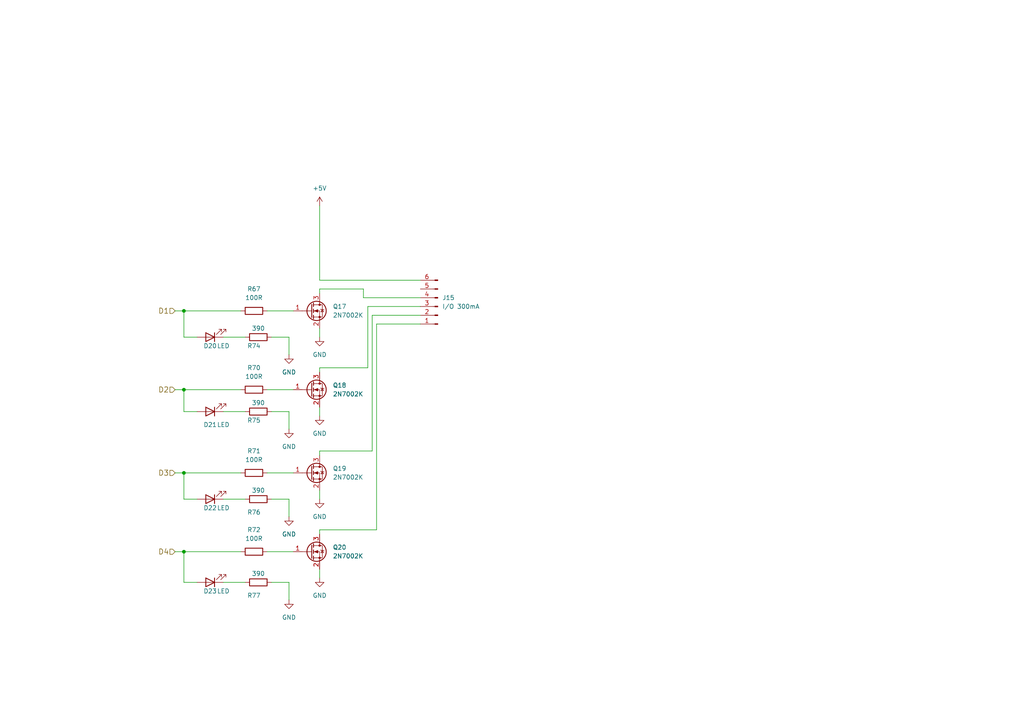
<source format=kicad_sch>
(kicad_sch (version 20211123) (generator eeschema)
  (paper "A4")
  (lib_symbols
    (symbol "Connector:Conn_01x06_Male" (pin_names (offset 1.016) hide)
      (property "Reference" "J" (at 0 7.62 0))
      (property "Value" "Conn_01x06_Male" (at 0 -10.16 0))
      (symbol "Conn_01x06_Male_1_1"
        (polyline (pts (xy 1.27 -7.62) (xy 0.8636 -7.62)) (stroke (width 0.1524)))
        (polyline (pts (xy 1.27 -5.08) (xy 0.8636 -5.08)) (stroke (width 0.1524)))
        (polyline (pts (xy 1.27 -2.54) (xy 0.8636 -2.54)) (stroke (width 0.1524)))
        (polyline (pts (xy 1.27 0) (xy 0.8636 0)) (stroke (width 0.1524)))
        (polyline (pts (xy 1.27 2.54) (xy 0.8636 2.54)) (stroke (width 0.1524)))
        (polyline (pts (xy 1.27 5.08) (xy 0.8636 5.08)) (stroke (width 0.1524)))
        (rectangle (start 0.8636 -7.493) (end 0 -7.747) (stroke (width 0.1524)) (fill (type outline)))
        (rectangle (start 0.8636 -4.953) (end 0 -5.207) (stroke (width 0.1524)) (fill (type outline)))
        (rectangle (start 0.8636 -2.413) (end 0 -2.667) (stroke (width 0.1524)) (fill (type outline)))
        (rectangle (start 0.8636 0.127) (end 0 -0.127) (stroke (width 0.1524)) (fill (type outline)))
        (rectangle (start 0.8636 2.667) (end 0 2.413) (stroke (width 0.1524)) (fill (type outline)))
        (rectangle (start 0.8636 5.207) (end 0 4.953) (stroke (width 0.1524)) (fill (type outline)))
        (pin passive line (at 5.08 5.08 180) (length 3.81) (name "Pin_1") (number "1"))
        (pin passive line (at 5.08 2.54 180) (length 3.81) (name "Pin_2") (number "2"))
        (pin passive line (at 5.08 0 180) (length 3.81) (name "Pin_3") (number "3"))
        (pin passive line (at 5.08 -2.54 180) (length 3.81) (name "Pin_4") (number "4"))
        (pin passive line (at 5.08 -5.08 180) (length 3.81) (name "Pin_5") (number "5"))
        (pin passive line (at 5.08 -7.62 180) (length 3.81) (name "Pin_6") (number "6"))
      )
    )
    (symbol "Device:LED" (pin_numbers hide) (pin_names (offset 1.016) hide)
      (property "Reference" "D" (at 0 2.54 0))
      (property "Value" "LED" (at 0 -2.54 0))
      (symbol "LED_0_1"
        (polyline (pts (xy -1.27 -1.27) (xy -1.27 1.27)) (stroke (width 0.254)))
        (polyline (pts (xy -1.27 0) (xy 1.27 0)))
        (polyline (pts (xy 1.27 -1.27) (xy 1.27 1.27) (xy -1.27 0) (xy 1.27 -1.27)) (stroke (width 0.254)))
        (polyline (pts (xy -3.048 -0.762) (xy -4.572 -2.286) (xy -3.81 -2.286) (xy -4.572 -2.286) (xy -4.572 -1.524)))
        (polyline (pts (xy -1.778 -0.762) (xy -3.302 -2.286) (xy -2.54 -2.286) (xy -3.302 -2.286) (xy -3.302 -1.524)))
      )
      (symbol "LED_1_1"
        (pin passive line (at -3.81 0 0) (length 2.54) (name "K") (number "1"))
        (pin passive line (at 3.81 0 180) (length 2.54) (name "A") (number "2"))
      )
    )
    (symbol "Device:Q_NMOS_GSD" (pin_names (offset 0) hide)
      (property "Reference" "Q" (at 5.08 1.27 0))
      (property "Value" "Q_NMOS_GSD" (at 5.08 -1.27 0))
      (symbol "Q_NMOS_GSD_0_1"
        (polyline (pts (xy 0.254 0) (xy -2.54 0)))
        (polyline (pts (xy 0.254 1.905) (xy 0.254 -1.905)) (stroke (width 0.254)))
        (polyline (pts (xy 0.762 -1.27) (xy 0.762 -2.286)) (stroke (width 0.254)))
        (polyline (pts (xy 0.762 0.508) (xy 0.762 -0.508)) (stroke (width 0.254)))
        (polyline (pts (xy 0.762 2.286) (xy 0.762 1.27)) (stroke (width 0.254)))
        (polyline (pts (xy 2.54 2.54) (xy 2.54 1.778)))
        (polyline (pts (xy 2.54 -2.54) (xy 2.54 0) (xy 0.762 0)))
        (polyline (pts (xy 0.762 -1.778) (xy 3.302 -1.778) (xy 3.302 1.778) (xy 0.762 1.778)))
        (polyline (pts (xy 1.016 0) (xy 2.032 0.381) (xy 2.032 -0.381) (xy 1.016 0)) (fill (type outline)))
        (polyline (pts (xy 2.794 0.508) (xy 2.921 0.381) (xy 3.683 0.381) (xy 3.81 0.254)))
        (polyline (pts (xy 3.302 0.381) (xy 2.921 -0.254) (xy 3.683 -0.254) (xy 3.302 0.381)))
        (circle (center 1.651 0) (radius 2.794) (stroke (width 0.254)))
        (circle (center 2.54 -1.778) (radius 0.254) (fill (type outline)))
        (circle (center 2.54 1.778) (radius 0.254) (fill (type outline)))
      )
      (symbol "Q_NMOS_GSD_1_1"
        (pin input line (at -5.08 0 0) (length 2.54) (name "G") (number "1"))
        (pin passive line (at 2.54 -5.08 90) (length 2.54) (name "S") (number "2"))
        (pin passive line (at 2.54 5.08 270) (length 2.54) (name "D") (number "3"))
      )
    )
    (symbol "Device:R" (pin_numbers hide) (pin_names (offset 0))
      (property "Reference" "R" (at 2.032 0 90))
      (property "Value" "R" (at 0 0 90))
      (symbol "R_0_1"
        (rectangle (start -1.016 -2.54) (end 1.016 2.54) (stroke (width 0.254)))
      )
      (symbol "R_1_1"
        (pin passive line (at 0 3.81 270) (length 1.27) (name "~") (number "1"))
        (pin passive line (at 0 -3.81 90) (length 1.27) (name "~") (number "2"))
      )
    )
    (symbol "power:+5V" (power) (pin_names (offset 0))
      (property "Value" "+5V" (at 0 3.556 0))
      (symbol "+5V_0_1"
        (polyline (pts (xy -0.762 1.27) (xy 0 2.54)))
        (polyline (pts (xy 0 0) (xy 0 2.54)))
        (polyline (pts (xy 0 2.54) (xy 0.762 1.27)))
      )
      (symbol "+5V_1_1"
        (pin power_in line (at 0 0 90) (length 0) hide (name "+5V") (number "1"))
      )
    )
    (symbol "power:GND" (power) (pin_names (offset 0))
      (property "Value" "GND" (at 0 -3.81 0))
      (symbol "GND_0_1"
        (polyline (pts (xy 0 0) (xy 0 -1.27) (xy 1.27 -1.27) (xy 0 -2.54) (xy -1.27 -1.27) (xy 0 -1.27)))
      )
      (symbol "GND_1_1"
        (pin power_in line (at 0 0 270) (length 0) hide (name "GND") (number "1"))
      )
    )
  )
  (junction (at 53.34 113.03))
  (junction (at 53.34 160.02))
  (junction (at 53.34 90.17))
  (junction (at 53.34 137.16))
  (wire (pts (xy 78.74 168.91) (xy 83.82 168.91)))
  (wire (pts (xy 50.8 160.02) (xy 53.34 160.02)))
  (wire (pts (xy 53.34 168.91) (xy 53.34 160.02)))
  (wire (pts (xy 53.34 113.03) (xy 69.85 113.03)))
  (wire (pts (xy 92.71 130.81) (xy 92.71 132.08)))
  (wire (pts (xy 78.74 144.78) (xy 83.82 144.78)))
  (wire (pts (xy 92.71 118.11) (xy 92.71 120.65)))
  (wire (pts (xy 50.8 90.17) (xy 53.34 90.17)))
  (wire (pts (xy 53.34 97.79) (xy 53.34 90.17)))
  (wire (pts (xy 57.15 168.91) (xy 53.34 168.91)))
  (wire (pts (xy 92.71 165.1) (xy 92.71 167.64)))
  (wire (pts (xy 78.74 119.38) (xy 83.82 119.38)))
  (wire (pts (xy 92.71 153.67) (xy 109.22 153.67)))
  (wire (pts (xy 92.71 106.68) (xy 106.68 106.68)))
  (wire (pts (xy 50.8 137.16) (xy 53.34 137.16)))
  (wire (pts (xy 64.77 97.79) (xy 71.12 97.79)))
  (wire (pts (xy 78.74 97.79) (xy 83.82 97.79)))
  (wire (pts (xy 92.71 95.25) (xy 92.71 97.79)))
  (wire (pts (xy 83.82 144.78) (xy 83.82 149.86)))
  (wire (pts (xy 57.15 144.78) (xy 53.34 144.78)))
  (wire (pts (xy 77.47 113.03) (xy 85.09 113.03)))
  (wire (pts (xy 106.68 88.9) (xy 121.92 88.9)))
  (wire (pts (xy 92.71 142.24) (xy 92.71 144.78)))
  (wire (pts (xy 109.22 153.67) (xy 109.22 93.98)))
  (wire (pts (xy 50.8 113.03) (xy 53.34 113.03)))
  (wire (pts (xy 57.15 119.38) (xy 53.34 119.38)))
  (wire (pts (xy 105.41 83.82) (xy 92.71 83.82)))
  (wire (pts (xy 53.34 90.17) (xy 69.85 90.17)))
  (wire (pts (xy 53.34 144.78) (xy 53.34 137.16)))
  (wire (pts (xy 77.47 137.16) (xy 85.09 137.16)))
  (wire (pts (xy 64.77 168.91) (xy 71.12 168.91)))
  (wire (pts (xy 92.71 153.67) (xy 92.71 154.94)))
  (wire (pts (xy 92.71 83.82) (xy 92.71 85.09)))
  (wire (pts (xy 121.92 81.28) (xy 92.71 81.28)))
  (wire (pts (xy 109.22 93.98) (xy 121.92 93.98)))
  (wire (pts (xy 53.34 119.38) (xy 53.34 113.03)))
  (wire (pts (xy 57.15 97.79) (xy 53.34 97.79)))
  (wire (pts (xy 83.82 168.91) (xy 83.82 173.99)))
  (wire (pts (xy 92.71 106.68) (xy 92.71 107.95)))
  (wire (pts (xy 121.92 86.36) (xy 105.41 86.36)))
  (wire (pts (xy 53.34 160.02) (xy 69.85 160.02)))
  (wire (pts (xy 107.95 130.81) (xy 107.95 91.44)))
  (wire (pts (xy 77.47 90.17) (xy 85.09 90.17)))
  (wire (pts (xy 83.82 119.38) (xy 83.82 124.46)))
  (wire (pts (xy 92.71 81.28) (xy 92.71 59.69)))
  (wire (pts (xy 83.82 97.79) (xy 83.82 102.87)))
  (wire (pts (xy 107.95 91.44) (xy 121.92 91.44)))
  (wire (pts (xy 105.41 86.36) (xy 105.41 83.82)))
  (wire (pts (xy 53.34 137.16) (xy 69.85 137.16)))
  (wire (pts (xy 106.68 106.68) (xy 106.68 88.9)))
  (wire (pts (xy 92.71 130.81) (xy 107.95 130.81)))
  (wire (pts (xy 64.77 144.78) (xy 71.12 144.78)))
  (wire (pts (xy 64.77 119.38) (xy 71.12 119.38)))
  (wire (pts (xy 77.47 160.02) (xy 85.09 160.02)))
  (hierarchical_label "D2" (shape input) (at 50.8 113.03 180) (effects (font (size 1.524 1.524))))
  (hierarchical_label "D4" (shape input) (at 50.8 160.02 180) (effects (font (size 1.524 1.524))))
  (hierarchical_label "D3" (shape input) (at 50.8 137.16 180) (effects (font (size 1.524 1.524))))
  (hierarchical_label "D1" (shape input) (at 50.8 90.17 180) (effects (font (size 1.524 1.524))))
  (symbol (lib_id "Device:R") (at 74.93 97.79 90) (unit 1)
    (property "Reference" "R74" (at 73.66 100.33 90))
    (property "Value" "390" (at 74.93 95.25 90))
    (property "Footprint" "Resistor_SMD:R_0402_1005Metric" (effects hide))
  )
  (symbol (lib_id "Device:Q_NMOS_GSD") (at 90.17 137.16 0) (unit 1)
    (property "Reference" "Q19" (at 96.52 135.8899 0) (effects (justify left)))
    (property "Value" "2N7002K" (at 96.52 138.4299 0) (effects (justify left)))
    (property "Footprint" "Package_TO_SOT_SMD:SOT-23" (effects hide))
  )
  (symbol (lib_id "Device:Q_NMOS_GSD") (at 90.17 160.02 0) (unit 1)
    (property "Reference" "Q20" (at 96.52 158.7499 0) (effects (justify left)))
    (property "Value" "2N7002K" (at 96.52 161.2899 0) (effects (justify left)))
    (property "Footprint" "Package_TO_SOT_SMD:SOT-23" (effects hide))
  )
  (symbol (lib_id "Device:Q_NMOS_GSD") (at 90.17 113.03 0) (unit 1)
    (property "Reference" "Q18" (at 96.52 111.7599 0) (effects (justify left)))
    (property "Value" "2N7002K" (at 96.52 114.2999 0) (effects (justify left)))
    (property "Footprint" "Package_TO_SOT_SMD:SOT-23" (effects hide))
  )
  (symbol (lib_id "power:GND") (at 83.82 149.86 0) (unit 1)
    (property "Reference" "#PWR0122" (effects hide))
    (property "Value" "GND" (at 83.82 154.94 0))
  )
  (symbol (lib_id "Device:R") (at 73.66 137.16 90) (unit 1)
    (property "Reference" "R71" (at 73.66 130.81 90))
    (property "Value" "100R" (at 73.66 133.35 90))
    (property "Footprint" "Resistor_SMD:R_0402_1005Metric" (effects hide))
  )
  (symbol (lib_id "Device:Q_NMOS_GSD") (at 90.17 90.17 0) (unit 1)
    (property "Reference" "Q17" (at 96.52 88.8999 0) (effects (justify left)))
    (property "Value" "2N7002K" (at 96.52 91.4399 0) (effects (justify left)))
    (property "Footprint" "Package_TO_SOT_SMD:SOT-23" (effects hide))
  )
  (symbol (lib_id "power:GND") (at 92.71 97.79 0) (unit 1)
    (property "Reference" "#PWR0115" (effects hide))
    (property "Value" "GND" (at 92.71 102.87 0))
  )
  (symbol (lib_id "Device:R") (at 73.66 90.17 90) (unit 1)
    (property "Reference" "R67" (at 73.66 83.82 90))
    (property "Value" "100R" (at 73.66 86.36 90))
    (property "Footprint" "Resistor_SMD:R_0402_1005Metric" (effects hide))
  )
  (symbol (lib_id "Device:LED") (at 60.96 168.91 180) (unit 1)
    (property "Reference" "D23" (at 60.96 171.45 0))
    (property "Value" "LED" (at 64.77 171.45 0))
    (property "Footprint" "LED_SMD:LED_0603_1608Metric" (effects hide))
  )
  (symbol (lib_id "Device:LED") (at 60.96 144.78 180) (unit 1)
    (property "Reference" "D22" (at 60.96 147.32 0))
    (property "Value" "LED" (at 64.77 147.32 0))
    (property "Footprint" "LED_SMD:LED_0603_1608Metric" (effects hide))
  )
  (symbol (lib_id "power:+5V") (at 92.71 59.69 0) (unit 1)
    (property "Reference" "#PWR0114" (effects hide))
    (property "Value" "+5V" (at 92.71 54.61 0))
  )
  (symbol (lib_id "Device:R") (at 73.66 160.02 90) (unit 1)
    (property "Reference" "R72" (at 73.66 153.67 90))
    (property "Value" "100R" (at 73.66 156.21 90))
    (property "Footprint" "Resistor_SMD:R_0402_1005Metric" (effects hide))
  )
  (symbol (lib_id "Device:R") (at 74.93 144.78 90) (unit 1)
    (property "Reference" "R76" (at 73.66 148.59 90))
    (property "Value" "390" (at 74.93 142.24 90))
    (property "Footprint" "Resistor_SMD:R_0402_1005Metric" (effects hide))
  )
  (symbol (lib_id "Device:LED") (at 60.96 119.38 180) (unit 1)
    (property "Reference" "D21" (at 60.96 123.19 0))
    (property "Value" "LED" (at 64.77 123.19 0))
    (property "Footprint" "LED_SMD:LED_0603_1608Metric" (effects hide))
  )
  (symbol (lib_id "power:GND") (at 83.82 124.46 0) (unit 1)
    (property "Reference" "#PWR0121" (effects hide))
    (property "Value" "GND" (at 83.82 129.54 0))
  )
  (symbol (lib_id "Device:LED") (at 60.96 97.79 180) (unit 1)
    (property "Reference" "D20" (at 60.96 100.33 0))
    (property "Value" "LED" (at 64.77 100.33 0))
    (property "Footprint" "LED_SMD:LED_0603_1608Metric" (effects hide))
  )
  (symbol (lib_id "power:GND") (at 92.71 167.64 0) (unit 1)
    (property "Reference" "#PWR0117" (effects hide))
    (property "Value" "GND" (at 92.71 172.72 0))
  )
  (symbol (lib_id "Device:R") (at 73.66 113.03 90) (unit 1)
    (property "Reference" "R70" (at 73.66 106.68 90))
    (property "Value" "100R" (at 73.66 109.22 90))
    (property "Footprint" "Resistor_SMD:R_0402_1005Metric" (effects hide))
  )
  (symbol (lib_id "power:GND") (at 92.71 144.78 0) (unit 1)
    (property "Reference" "#PWR0118" (effects hide))
    (property "Value" "GND" (at 92.71 149.86 0))
  )
  (symbol (lib_id "power:GND") (at 92.71 120.65 0) (unit 1)
    (property "Reference" "#PWR0116" (effects hide))
    (property "Value" "GND" (at 92.71 125.73 0))
  )
  (symbol (lib_id "Connector:Conn_01x06_Male") (at 127 88.9 180) (unit 1)
    (property "Reference" "J15" (at 128.27 86.3599 0) (effects (justify right)))
    (property "Value" "I/O 300mA" (at 128.27 88.8999 0) (effects (justify right)))
    (property "Footprint" "Connector_Molex:Molex_KK-254_AE-6410-06A_1x06_P2.54mm_Vertical" (effects hide))
  )
  (symbol (lib_id "power:GND") (at 83.82 102.87 0) (unit 1)
    (property "Reference" "#PWR0120" (effects hide))
    (property "Value" "GND" (at 83.82 107.95 0))
  )
  (symbol (lib_id "Device:R") (at 74.93 119.38 90) (unit 1)
    (property "Reference" "R75" (at 73.66 121.92 90))
    (property "Value" "390" (at 74.93 116.84 90))
    (property "Footprint" "Resistor_SMD:R_0402_1005Metric" (effects hide))
  )
  (symbol (lib_id "power:GND") (at 83.82 173.99 0) (unit 1)
    (property "Reference" "#PWR0123" (effects hide))
    (property "Value" "GND" (at 83.82 179.07 0))
  )
  (symbol (lib_id "Device:R") (at 74.93 168.91 90) (unit 1)
    (property "Reference" "R77" (at 73.66 172.72 90))
    (property "Value" "390" (at 74.93 166.37 90))
    (property "Footprint" "Resistor_SMD:R_0402_1005Metric" (effects hide))
  )
)
</source>
